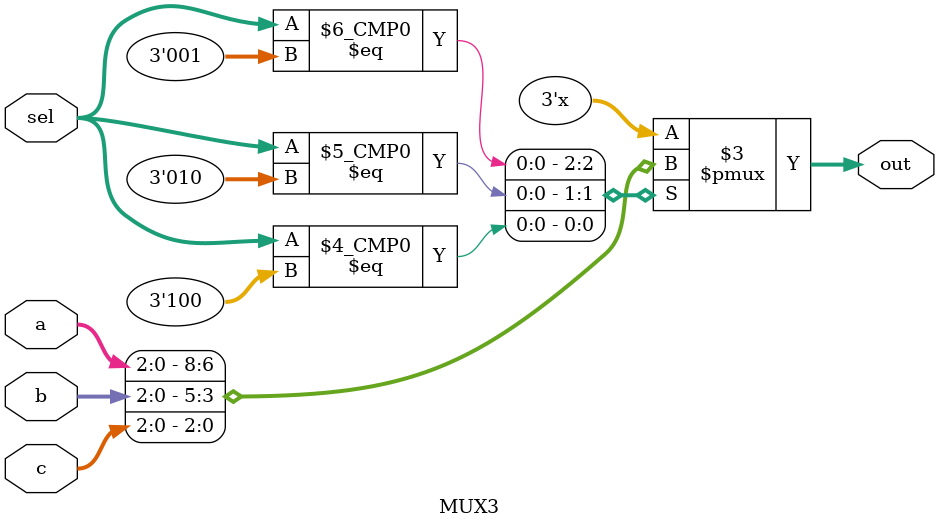
<source format=v>
module InDecoder(in, ansel, bnsel, wnsel, ALUop, sximm5, sximm8, shift, anum, bnum, wnum, op, opcode, cond); 
input [15:0] in;
input [2:0] ansel, bnsel, wnsel; 
output [1:0] ALUop, shift, op;
output [15:0] sximm5, sximm8;
output [2:0] anum, bnum, wnum, opcode, cond; 

wire [1:0] ALUop, shift, op;
wire [15:0] sximm5, sximm8;
wire [2:0] regnum, opcode;

// Sign-extend the 5 least significant bits of the input instruction, and store the result in sximm5
signExtend5 s5(in[4:0], sximm5); 
// Sign-extend the 8 least significant bits of the input instruction, and store the result in sximm8
signExtend8 s8(in[7:0], sximm8);
// Three-way mux to select a register to read or write
MUX3 amux(in[2:0], in[7:5], in[10:8], ansel, anum);
MUX3 bmux(in[2:0], in[7:5], in[10:8], bnsel, bnum);
MUX3 wmux(in[2:0], in[7:5], in[10:8], wnsel, wnum);

// Assign ALUop to the correct bits in the input instruction, according to the simple RISC machine instruction specification
assign ALUop = in[12:11];
// Assign shift to the correct bits in the input instruction, according to the simple RISC machine instruction specification
assign shift = in[4:3];
// Assign the opcode to the 3 most significant bits of the input instruction, according to the simple RISC machine instruction specification
assign opcode = in[15:13];
// Assign the operation to execute, according to the simple RISC machine instruction specification
assign op = in[12:11]; 
// Assign the condition for branching
assign cond = in[10:8];
endmodule

//Sign-extend 5-bit num to 16 bits
module signExtend5(num,snum);
input [4:0] num; 
output reg [15:0] snum; 
  
// Sign-extend num, or assign 16 xs to snum in simulation if num is invalid
always @(*) begin
 if(num[4] == 1'b1) 
   snum = {11'b1111_1111_111,num[4:0]};
 else if(num[4] == 1'b0) 
   snum = {11'b0,num[4:0]};
 else snum = 16'bxxxx_xxxx_xxxx_xxxx; 
end
endmodule

//Sign-extend 8-bit num to 16 bits
module signExtend8(num,snum);   
input [7:0] num;
output reg [15:0] snum; 

// Sign-extend num, or assign 16 xs to snum in simulation if num is invalid
always @(*) begin
 if(num[7] == 1'b1) snum = {8'b1111_1111,num[7:0]};
 else if(num[7] == 1'b0) snum = {8'b0,num[7:0]};
 else snum = 16'bxxxx_xxxx_xxxx_xxxx; 
end
endmodule

// 3-way one-hot mux
module MUX3(a,b,c,sel,out); 
input [2:0] a,b,c,sel;
output reg [2:0] out;

// selects between a, b, or c depending on the value of sel
always @(*) begin
 case(sel)
  3'b001 : out = a; // Rm
  3'b010 : out = b; // Rd
  3'b100 : out = c; // Rn
 default out = 3'bxxx; 
 endcase
end
endmodule 

</source>
